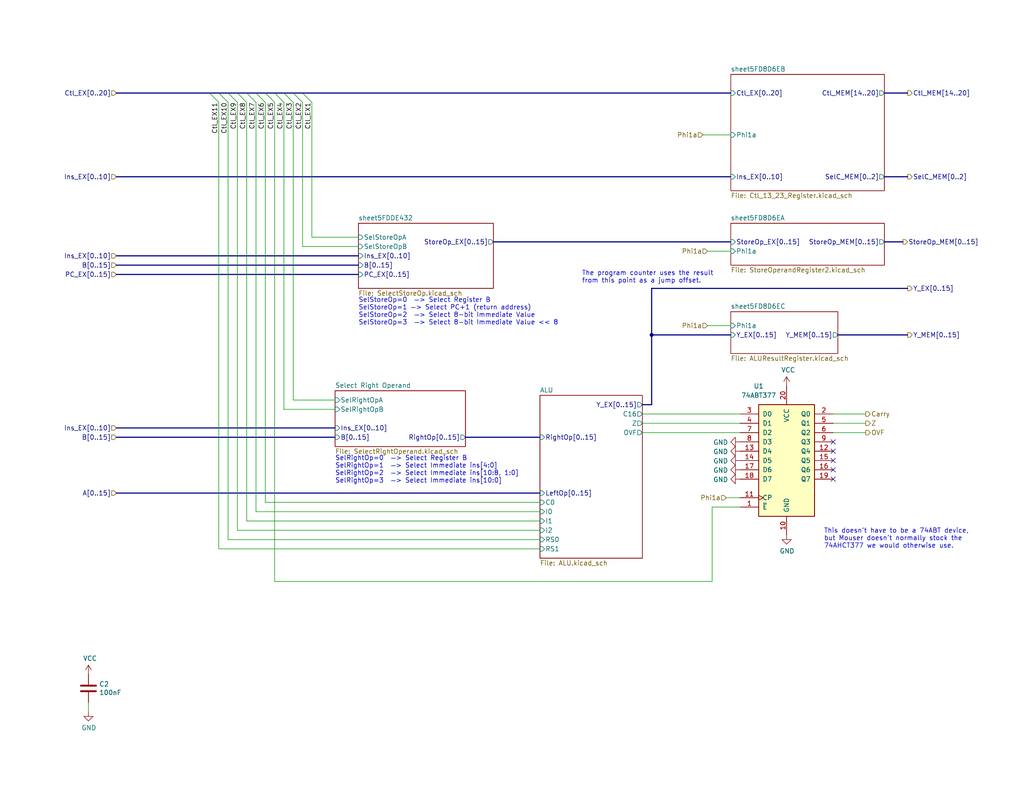
<source format=kicad_sch>
(kicad_sch (version 20211123) (generator eeschema)
  (paper "USLetter")
  (title_block (title "EX") (date "2022-04-12") (rev "A (7b9791c7)") (comment 2 "ID stage of the CPU pipeline.") (comment 3 "The ALU condition codes may be latched in a flags register which feeds back into the") (comment 4 "The EX stage is built around the IDT 7381 sixteen-bit ALU IC."))
  (lib_symbols
    (symbol "74xx:74LS377" (pin_names (offset 1.016))
      (property "Reference" "U" (at -7.62 16.51 0))
      (property "Value" "74LS377" (at -7.62 -16.51 0))
      (symbol "74LS377_1_0"
        (pin input line (at -12.7 -12.7 0) (length 5.08) (name "~{E}") (number "1"))
        (pin power_in line (at 0 -20.32 90) (length 5.08) (name "GND") (number "10"))
        (pin input clock (at -12.7 -10.16 0) (length 5.08) (name "CP") (number "11"))
        (pin output line (at 12.7 2.54 180) (length 5.08) (name "Q4") (number "12"))
        (pin input line (at -12.7 2.54 0) (length 5.08) (name "D4") (number "13"))
        (pin input line (at -12.7 0 0) (length 5.08) (name "D5") (number "14"))
        (pin output line (at 12.7 0 180) (length 5.08) (name "Q5") (number "15"))
        (pin output line (at 12.7 -2.54 180) (length 5.08) (name "Q6") (number "16"))
        (pin input line (at -12.7 -2.54 0) (length 5.08) (name "D6") (number "17"))
        (pin input line (at -12.7 -5.08 0) (length 5.08) (name "D7") (number "18"))
        (pin output line (at 12.7 -5.08 180) (length 5.08) (name "Q7") (number "19"))
        (pin output line (at 12.7 12.7 180) (length 5.08) (name "Q0") (number "2"))
        (pin power_in line (at 0 20.32 270) (length 5.08) (name "VCC") (number "20"))
        (pin input line (at -12.7 12.7 0) (length 5.08) (name "D0") (number "3"))
        (pin input line (at -12.7 10.16 0) (length 5.08) (name "D1") (number "4"))
        (pin output line (at 12.7 10.16 180) (length 5.08) (name "Q1") (number "5"))
        (pin output line (at 12.7 7.62 180) (length 5.08) (name "Q2") (number "6"))
        (pin input line (at -12.7 7.62 0) (length 5.08) (name "D2") (number "7"))
        (pin input line (at -12.7 5.08 0) (length 5.08) (name "D3") (number "8"))
        (pin output line (at 12.7 5.08 180) (length 5.08) (name "Q3") (number "9"))
      )
      (symbol "74LS377_1_1"
        (rectangle (start -7.62 15.24) (end 7.62 -15.24) (stroke (width 0.254)) (fill (type background)))
      )
    )
    (symbol "Device:C" (pin_numbers hide) (pin_names (offset 0.254))
      (property "Reference" "C" (at 0.635 2.54 0))
      (property "Value" "C" (at 0.635 -2.54 0))
      (symbol "C_0_1"
        (polyline (pts (xy -2.032 -0.762) (xy 2.032 -0.762)) (stroke (width 0.508)))
        (polyline (pts (xy -2.032 0.762) (xy 2.032 0.762)) (stroke (width 0.508)))
      )
      (symbol "C_1_1"
        (pin passive line (at 0 3.81 270) (length 2.794) (name "~") (number "1"))
        (pin passive line (at 0 -3.81 90) (length 2.794) (name "~") (number "2"))
      )
    )
    (symbol "power:GND" (power) (pin_names (offset 0))
      (property "Value" "GND" (at 0 -3.81 0))
      (symbol "GND_0_1"
        (polyline (pts (xy 0 0) (xy 0 -1.27) (xy 1.27 -1.27) (xy 0 -2.54) (xy -1.27 -1.27) (xy 0 -1.27)))
      )
      (symbol "GND_1_1"
        (pin power_in line (at 0 0 270) (length 0) hide (name "GND") (number "1"))
      )
    )
    (symbol "power:VCC" (power) (pin_names (offset 0))
      (property "Value" "VCC" (at 0 3.81 0))
      (symbol "VCC_0_1"
        (polyline (pts (xy -0.762 1.27) (xy 0 2.54)))
        (polyline (pts (xy 0 0) (xy 0 2.54)))
        (polyline (pts (xy 0 2.54) (xy 0.762 1.27)))
      )
      (symbol "VCC_1_1"
        (pin power_in line (at 0 0 90) (length 0) hide (name "VCC") (number "1"))
      )
    )
  )
  (junction (at 177.8 91.44))
  (no_connect (at 227.33 123.19))
  (no_connect (at 227.33 128.27))
  (no_connect (at 227.33 120.65))
  (no_connect (at 227.33 130.81))
  (no_connect (at 227.33 125.73))
  (bus_entry (at 64.77 25.4) (size 2.54 2.54))
  (bus_entry (at 62.23 25.4) (size 2.54 2.54))
  (bus_entry (at 80.01 25.4) (size 2.54 2.54))
  (bus_entry (at 67.31 25.4) (size 2.54 2.54))
  (bus_entry (at 72.39 25.4) (size 2.54 2.54))
  (bus_entry (at 74.93 25.4) (size 2.54 2.54))
  (bus_entry (at 69.85 25.4) (size 2.54 2.54))
  (bus_entry (at 59.69 25.4) (size 2.54 2.54))
  (bus_entry (at 82.55 25.4) (size 2.54 2.54))
  (bus_entry (at 77.47 25.4) (size 2.54 2.54))
  (bus_entry (at 57.15 25.4) (size 2.54 2.54))
  (wire (pts (xy 147.32 137.16) (xy 72.39 137.16)))
  (wire (pts (xy 193.04 68.58) (xy 199.39 68.58)))
  (wire (pts (xy 64.77 144.78) (xy 147.32 144.78)))
  (bus (pts (xy 246.38 66.04) (xy 241.3 66.04)))
  (wire (pts (xy 24.13 194.31) (xy 24.13 191.77)))
  (wire (pts (xy 80.01 27.94) (xy 80.01 109.22)))
  (bus (pts (xy 80.01 25.4) (xy 82.55 25.4)))
  (bus (pts (xy 241.3 48.26) (xy 247.65 48.26)))
  (wire (pts (xy 193.04 88.9) (xy 199.39 88.9)))
  (wire (pts (xy 147.32 149.86) (xy 59.69 149.86)))
  (bus (pts (xy 31.75 48.26) (xy 199.39 48.26)))
  (wire (pts (xy 74.93 158.75) (xy 74.93 27.94)))
  (wire (pts (xy 82.55 27.94) (xy 82.55 67.31)))
  (bus (pts (xy 31.75 69.85) (xy 97.79 69.85)))
  (bus (pts (xy 31.75 72.39) (xy 97.79 72.39)))
  (wire (pts (xy 175.26 113.03) (xy 201.93 113.03)))
  (wire (pts (xy 77.47 27.94) (xy 77.47 111.76)))
  (wire (pts (xy 194.31 158.75) (xy 194.31 138.43)))
  (wire (pts (xy 97.79 67.31) (xy 82.55 67.31)))
  (bus (pts (xy 177.8 78.74) (xy 177.8 91.44)))
  (bus (pts (xy 177.8 110.49) (xy 175.26 110.49)))
  (bus (pts (xy 31.75 25.4) (xy 57.15 25.4)))
  (bus (pts (xy 74.93 25.4) (xy 77.47 25.4)))
  (bus (pts (xy 64.77 25.4) (xy 67.31 25.4)))
  (wire (pts (xy 85.09 27.94) (xy 85.09 64.77)))
  (wire (pts (xy 59.69 27.94) (xy 59.69 149.86)))
  (bus (pts (xy 31.75 74.93) (xy 97.79 74.93)))
  (bus (pts (xy 241.3 25.4) (xy 247.65 25.4)))
  (wire (pts (xy 64.77 27.94) (xy 64.77 144.78)))
  (bus (pts (xy 247.65 91.44) (xy 228.6 91.44)))
  (wire (pts (xy 175.26 118.11) (xy 201.93 118.11)))
  (wire (pts (xy 67.31 27.94) (xy 67.31 142.24)))
  (wire (pts (xy 147.32 147.32) (xy 62.23 147.32)))
  (bus (pts (xy 82.55 25.4) (xy 199.39 25.4)))
  (bus (pts (xy 134.62 66.04) (xy 199.39 66.04)))
  (bus (pts (xy 59.69 25.4) (xy 62.23 25.4)))
  (bus (pts (xy 72.39 25.4) (xy 74.93 25.4)))
  (wire (pts (xy 175.26 115.57) (xy 201.93 115.57)))
  (bus (pts (xy 247.65 78.74) (xy 177.8 78.74)))
  (wire (pts (xy 191.77 36.83) (xy 199.39 36.83)))
  (wire (pts (xy 147.32 142.24) (xy 67.31 142.24)))
  (bus (pts (xy 62.23 25.4) (xy 64.77 25.4)))
  (bus (pts (xy 91.44 116.84) (xy 31.75 116.84)))
  (bus (pts (xy 177.8 91.44) (xy 177.8 110.49)))
  (wire (pts (xy 74.93 158.75) (xy 194.31 158.75)))
  (wire (pts (xy 236.22 113.03) (xy 227.33 113.03)))
  (wire (pts (xy 69.85 27.94) (xy 69.85 139.7)))
  (wire (pts (xy 72.39 27.94) (xy 72.39 137.16)))
  (wire (pts (xy 147.32 139.7) (xy 69.85 139.7)))
  (bus (pts (xy 77.47 25.4) (xy 80.01 25.4)))
  (wire (pts (xy 227.33 115.57) (xy 236.22 115.57)))
  (wire (pts (xy 227.33 118.11) (xy 236.22 118.11)))
  (bus (pts (xy 67.31 25.4) (xy 69.85 25.4)))
  (bus (pts (xy 127 119.38) (xy 147.32 119.38)))
  (wire (pts (xy 62.23 27.94) (xy 62.23 147.32)))
  (wire (pts (xy 198.12 135.89) (xy 201.93 135.89)))
  (bus (pts (xy 31.75 134.62) (xy 147.32 134.62)))
  (wire (pts (xy 77.47 111.76) (xy 91.44 111.76)))
  (wire (pts (xy 97.79 64.77) (xy 85.09 64.77)))
  (bus (pts (xy 69.85 25.4) (xy 72.39 25.4)))
  (wire (pts (xy 91.44 109.22) (xy 80.01 109.22)))
  (bus (pts (xy 91.44 119.38) (xy 31.75 119.38)))
  (bus (pts (xy 199.39 91.44) (xy 177.8 91.44)))
  (wire (pts (xy 194.31 138.43) (xy 201.93 138.43)))
  (bus (pts (xy 57.15 25.4) (xy 59.69 25.4)))
  (text "SelStoreOp=0  —> Select Register B\nSelStoreOp=1 —> Select PC+1 (return address)\nSelStoreOp=2  —> Select 8-bit Immediate Value\nSelStoreOp=3  —> Select 8-bit Immediate Value << 8" (at 97.79 88.9 0) (effects (font (size 1.27 1.27)) (justify left bottom)))
  (text "This doesn’t have to be a 74ABT device,\nbut Mouser doesn’t normally stock the\n74AHCT377 we would otherwise use." (at 224.79 149.86 0) (effects (font (size 1.27 1.27)) (justify left bottom)))
  (text "SelRightOp=0  —> Select Register B\nSelRightOp=1  —> Select Immediate ins[4:0]\nSelRightOp=2  —> Select Immediate ins[10:8, 1:0]\nSelRightOp=3  —> Select Immediate ins[10:0]" (at 91.44 132.08 0) (effects (font (size 1.27 1.27)) (justify left bottom)))
  (text "The program counter uses the result\nfrom this point as a jump offset." (at 158.75 77.47 0) (effects (font (size 1.27 1.27)) (justify left bottom)))
  (label "Ctl_EX7" (at 69.85 27.94 270))
  (label "Ctl_EX5" (at 74.93 27.94 270))
  (label "Ctl_EX3" (at 80.01 27.94 270))
  (label "Ctl_EX4" (at 77.47 27.94 270))
  (label "Ctl_EX10" (at 62.23 27.94 270))
  (label "Ctl_EX6" (at 72.39 27.94 270))
  (label "Ctl_EX11" (at 59.69 27.94 270))
  (label "Ctl_EX1" (at 85.09 27.94 270))
  (label "Ctl_EX8" (at 67.31 27.94 270))
  (label "Ctl_EX2" (at 82.55 27.94 270))
  (label "Ctl_EX9" (at 64.77 27.94 270))
  (hierarchical_label "Z" (shape output) (at 236.22 115.57 0))
  (hierarchical_label "B[0..15]" (shape input) (at 31.75 72.39 180))
  (hierarchical_label "Phi1a" (shape input) (at 193.04 68.58 180))
  (hierarchical_label "PC_EX[0..15]" (shape input) (at 31.75 74.93 180))
  (hierarchical_label "Phi1a" (shape input) (at 198.12 135.89 180))
  (hierarchical_label "Y_EX[0..15]" (shape output) (at 247.65 78.74 0))
  (hierarchical_label "Ins_EX[0..10]" (shape input) (at 31.75 116.84 180))
  (hierarchical_label "Y_MEM[0..15]" (shape output) (at 247.65 91.44 0))
  (hierarchical_label "B[0..15]" (shape input) (at 31.75 119.38 180))
  (hierarchical_label "Ins_EX[0..10]" (shape input) (at 31.75 69.85 180))
  (hierarchical_label "Ins_EX[0..10]" (shape input) (at 31.75 48.26 180))
  (hierarchical_label "Carry" (shape output) (at 236.22 113.03 0))
  (hierarchical_label "Ctl_MEM[14..20]" (shape output) (at 247.65 25.4 0))
  (hierarchical_label "SelC_MEM[0..2]" (shape output) (at 247.65 48.26 0))
  (hierarchical_label "Phi1a" (shape input) (at 191.77 36.83 180))
  (hierarchical_label "Ctl_EX[0..20]" (shape input) (at 31.75 25.4 180))
  (hierarchical_label "A[0..15]" (shape input) (at 31.75 134.62 180))
  (hierarchical_label "Phi1a" (shape input) (at 193.04 88.9 180))
  (hierarchical_label "StoreOp_MEM[0..15]" (shape output) (at 246.38 66.04 0))
  (hierarchical_label "OVF" (shape output) (at 236.22 118.11 0))
  (symbol (lib_id "74xx:74LS377") (at 214.63 125.73 0) (unit 1)
    (property "Reference" "U1" (at 207.01 105.41 0))
    (property "Value" "74ABT377" (at 207.01 107.95 0))
    (property "Footprint" "Package_SO:TSSOP-20_4.4x6.5mm_P0.65mm" (effects hide))
    (property "Datasheet" "http://www.ti.com/lit/gpn/sn74LS377" (effects hide))
    (property "Mouser" "https://www.mouser.com/ProductDetail/Texas-Instruments/SN74ABT377APWR?qs=LzFo6vGRJ4tDfpbrS0MCHg%3D%3D" (effects hide))
  )
  (symbol (lib_id "power:VCC") (at 214.63 105.41 0) (unit 1)
    (property "Reference" "#PWR017" (effects hide))
    (property "Value" "VCC" (at 215.0618 101.0158 0))
  )
  (symbol (lib_id "power:GND") (at 214.63 146.05 0) (unit 1)
    (property "Reference" "#PWR018" (effects hide))
    (property "Value" "GND" (at 214.757 150.4442 0))
  )
  (symbol (lib_id "power:GND") (at 201.93 120.65 270) (unit 1)
    (property "Reference" "#PWR012" (effects hide))
    (property "Value" "GND" (at 198.6788 120.777 90) (effects (justify right)))
  )
  (symbol (lib_id "power:GND") (at 201.93 123.19 270) (unit 1)
    (property "Reference" "#PWR013" (effects hide))
    (property "Value" "GND" (at 198.6788 123.317 90) (effects (justify right)))
  )
  (symbol (lib_id "power:GND") (at 201.93 125.73 270) (unit 1)
    (property "Reference" "#PWR014" (effects hide))
    (property "Value" "GND" (at 198.6788 125.857 90) (effects (justify right)))
  )
  (symbol (lib_id "power:GND") (at 201.93 128.27 270) (unit 1)
    (property "Reference" "#PWR015" (effects hide))
    (property "Value" "GND" (at 198.6788 128.397 90) (effects (justify right)))
  )
  (symbol (lib_id "power:GND") (at 201.93 130.81 270) (unit 1)
    (property "Reference" "#PWR016" (effects hide))
    (property "Value" "GND" (at 198.6788 130.937 90) (effects (justify right)))
  )
  (symbol (lib_id "Device:C") (at 24.13 187.96 0) (unit 1)
    (property "Reference" "C2" (at 27.051 186.7916 0) (effects (justify left)))
    (property "Value" "100nF" (at 27.051 189.103 0) (effects (justify left)))
    (property "Footprint" "Capacitor_SMD:C_0603_1608Metric_Pad1.08x0.95mm_HandSolder" (effects hide))
    (property "Mouser" "https://www.mouser.com/ProductDetail/963-EMK107B7104KAHT" (effects hide))
  )
  (symbol (lib_id "power:VCC") (at 24.13 184.15 0) (unit 1)
    (property "Reference" "#PWR010" (effects hide))
    (property "Value" "VCC" (at 24.5618 179.7558 0))
  )
  (symbol (lib_id "power:GND") (at 24.13 194.31 0) (unit 1)
    (property "Reference" "#PWR011" (effects hide))
    (property "Value" "GND" (at 24.257 198.7042 0))
  )
  (sheet (at 147.32 107.95) (size 27.94 44.45)
    (property "Sheet name" "ALU" (at 147.32 107.2384 0) (effects (justify left bottom)))
    (property "Sheet file" "ALU.kicad_sch" (at 147.32 152.9846 0) (effects (justify left top)))
    (pin "RightOp[0..15]" input (at 147.32 119.38 180))
    (pin "LeftOp[0..15]" input (at 147.32 134.62 180))
    (pin "Z" output (at 175.26 115.57 0))
    (pin "C16" output (at 175.26 113.03 0))
    (pin "OVF" output (at 175.26 118.11 0))
    (pin "C0" input (at 147.32 137.16 180))
    (pin "I0" input (at 147.32 139.7 180))
    (pin "I1" input (at 147.32 142.24 180))
    (pin "I2" input (at 147.32 144.78 180))
    (pin "RS0" input (at 147.32 147.32 180))
    (pin "RS1" input (at 147.32 149.86 180))
    (pin "Y_EX[0..15]" output (at 175.26 110.49 0))
  )
  (sheet (at 199.39 60.96) (size 41.91 11.43)
    (property "Sheet name" "sheet5FD8D6EA" (at 199.39 60.2484 0) (effects (justify left bottom)))
    (property "Sheet file" "StoreOperandRegister2.kicad_sch" (at 199.39 72.9746 0) (effects (justify left top)))
    (pin "StoreOp_EX[0..15]" input (at 199.39 66.04 180))
    (pin "StoreOp_MEM[0..15]" output (at 241.3 66.04 0))
    (pin "Phi1a" input (at 199.39 68.58 180))
  )
  (sheet (at 199.39 20.32) (size 41.91 31.75)
    (property "Sheet name" "sheet5FD8D6EB" (at 199.39 19.6084 0) (effects (justify left bottom)))
    (property "Sheet file" "Ctl_13_23_Register.kicad_sch" (at 199.39 52.6546 0) (effects (justify left top)))
    (pin "Ctl_MEM[14..20]" output (at 241.3 25.4 0))
    (pin "Ctl_EX[0..20]" input (at 199.39 25.4 180))
    (pin "Ins_EX[0..10]" input (at 199.39 48.26 180))
    (pin "SelC_MEM[0..2]" output (at 241.3 48.26 0))
    (pin "Phi1a" input (at 199.39 36.83 180))
  )
  (sheet (at 199.39 85.09) (size 29.21 11.43)
    (property "Sheet name" "sheet5FD8D6EC" (at 199.39 84.3784 0) (effects (justify left bottom)))
    (property "Sheet file" "ALUResultRegister.kicad_sch" (at 199.39 97.1046 0) (effects (justify left top)))
    (pin "Y_EX[0..15]" input (at 199.39 91.44 180))
    (pin "Y_MEM[0..15]" output (at 228.6 91.44 0))
    (pin "Phi1a" input (at 199.39 88.9 180))
  )
  (sheet (at 97.79 60.96) (size 36.83 17.78)
    (property "Sheet name" "sheet5FDDE432" (at 97.79 60.2484 0) (effects (justify left bottom)))
    (property "Sheet file" "SelectStoreOp.kicad_sch" (at 97.79 79.3246 0) (effects (justify left top)))
    (pin "SelStoreOpA" input (at 97.79 64.77 180))
    (pin "SelStoreOpB" input (at 97.79 67.31 180))
    (pin "Ins_EX[0..10]" input (at 97.79 69.85 180))
    (pin "B[0..15]" input (at 97.79 72.39 180))
    (pin "PC_EX[0..15]" input (at 97.79 74.93 180))
    (pin "StoreOp_EX[0..15]" output (at 134.62 66.04 0))
  )
  (sheet (at 91.44 106.68) (size 35.56 15.24)
    (property "Sheet name" "Select Right Operand" (at 91.44 105.9684 0) (effects (justify left bottom)))
    (property "Sheet file" "SelectRightOperand.kicad_sch" (at 91.44 122.5046 0) (effects (justify left top)))
    (pin "Ins_EX[0..10]" input (at 91.44 116.84 180))
    (pin "B[0..15]" input (at 91.44 119.38 180))
    (pin "SelRightOpA" input (at 91.44 109.22 180))
    (pin "RightOp[0..15]" output (at 127 119.38 0))
    (pin "SelRightOpB" input (at 91.44 111.76 180))
  )
)
</source>
